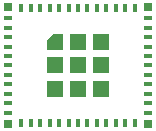
<source format=gbr>
%TF.GenerationSoftware,KiCad,Pcbnew,(6.0.2-0)*%
%TF.CreationDate,2022-03-16T16:58:32+00:00*%
%TF.ProjectId,Generic4,47656e65-7269-4633-942e-6b696361645f,1*%
%TF.SameCoordinates,Original*%
%TF.FileFunction,Paste,Top*%
%TF.FilePolarity,Positive*%
%FSLAX46Y46*%
G04 Gerber Fmt 4.6, Leading zero omitted, Abs format (unit mm)*
G04 Created by KiCad (PCBNEW (6.0.2-0)) date 2022-03-16 16:58:32*
%MOMM*%
%LPD*%
G01*
G04 APERTURE LIST*
G04 Aperture macros list*
%AMFreePoly0*
4,1,6,0.696000,-0.696000,-0.696000,-0.696000,-0.696000,0.118488,-0.118488,0.696000,0.696000,0.696000,0.696000,-0.696000,0.696000,-0.696000,$1*%
G04 Aperture macros list end*
%ADD10R,0.768000X0.384000*%
%ADD11R,0.384000X0.768000*%
%ADD12R,1.392000X1.392000*%
%ADD13FreePoly0,0.000000*%
%ADD14R,0.672000X0.672000*%
G04 APERTURE END LIST*
D10*
%TO.C,U1*%
X94100000Y-40193250D03*
X94100000Y-40993250D03*
X94100000Y-41793250D03*
X94100000Y-42593250D03*
X94100000Y-43393250D03*
X94100000Y-44193250D03*
X94100000Y-44993250D03*
X94100000Y-45793250D03*
X94100000Y-46593250D03*
X94100000Y-47393250D03*
X94100000Y-48193250D03*
D11*
X95200000Y-49093250D03*
X96000000Y-49093250D03*
X96800000Y-49093250D03*
X97600000Y-49093250D03*
X98400000Y-49093250D03*
X99200000Y-49093250D03*
X100000000Y-49093250D03*
X100800000Y-49093250D03*
X101600000Y-49093250D03*
X102400000Y-49093250D03*
X103200000Y-49093250D03*
X104000000Y-49093250D03*
X104800000Y-49093250D03*
D10*
X105900000Y-48193250D03*
X105900000Y-47393250D03*
X105900000Y-46593250D03*
X105900000Y-45793250D03*
X105900000Y-44993250D03*
X105900000Y-44193250D03*
X105900000Y-43393250D03*
X105900000Y-42593250D03*
X105900000Y-41793250D03*
X105900000Y-40993250D03*
X105900000Y-40193250D03*
D11*
X104800000Y-39293250D03*
X104000000Y-39293250D03*
X103200000Y-39293250D03*
X102400000Y-39293250D03*
X101600000Y-39293250D03*
X100800000Y-39293250D03*
X100000000Y-39293250D03*
X99200000Y-39293250D03*
X98400000Y-39293250D03*
X97600000Y-39293250D03*
X96800000Y-39293250D03*
X96000000Y-39293250D03*
X95200000Y-39293250D03*
D12*
X101975000Y-44193250D03*
X98025000Y-44193250D03*
X100000000Y-44193250D03*
X101975000Y-42218250D03*
X101975000Y-46168250D03*
D13*
X98025000Y-42218250D03*
D12*
X100000000Y-42218250D03*
X98025000Y-46168250D03*
X100000000Y-46168250D03*
D14*
X105950000Y-39243250D03*
X105950000Y-49143250D03*
X94050000Y-49143250D03*
X94050000Y-39243250D03*
%TD*%
M02*

</source>
